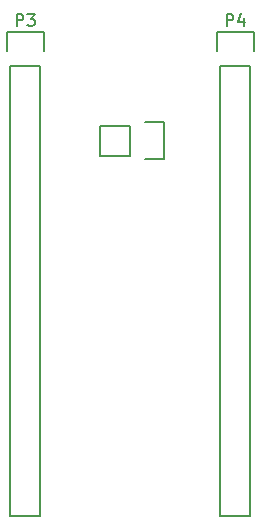
<source format=gbr>
G04 #@! TF.FileFunction,Legend,Top*
%FSLAX46Y46*%
G04 Gerber Fmt 4.6, Leading zero omitted, Abs format (unit mm)*
G04 Created by KiCad (PCBNEW 4.0.5+dfsg1-4) date Thu Dec 28 22:42:14 2017*
%MOMM*%
%LPD*%
G01*
G04 APERTURE LIST*
%ADD10C,0.100000*%
%ADD11C,0.150000*%
G04 APERTURE END LIST*
D10*
D11*
X68580000Y-90170000D02*
X68580000Y-128270000D01*
X68580000Y-128270000D02*
X71120000Y-128270000D01*
X71120000Y-128270000D02*
X71120000Y-90170000D01*
X71400000Y-87350000D02*
X71400000Y-88900000D01*
X71120000Y-90170000D02*
X68580000Y-90170000D01*
X68300000Y-88900000D02*
X68300000Y-87350000D01*
X68300000Y-87350000D02*
X71400000Y-87350000D01*
X86360000Y-90170000D02*
X86360000Y-128270000D01*
X86360000Y-128270000D02*
X88900000Y-128270000D01*
X88900000Y-128270000D02*
X88900000Y-90170000D01*
X89180000Y-87350000D02*
X89180000Y-88900000D01*
X88900000Y-90170000D02*
X86360000Y-90170000D01*
X86080000Y-88900000D02*
X86080000Y-87350000D01*
X86080000Y-87350000D02*
X89180000Y-87350000D01*
X78740000Y-97790000D02*
X76200000Y-97790000D01*
X81560000Y-98070000D02*
X80010000Y-98070000D01*
X78740000Y-97790000D02*
X78740000Y-95250000D01*
X80010000Y-94970000D02*
X81560000Y-94970000D01*
X81560000Y-94970000D02*
X81560000Y-98070000D01*
X78740000Y-95250000D02*
X76200000Y-95250000D01*
X76200000Y-95250000D02*
X76200000Y-97790000D01*
X69111905Y-86812381D02*
X69111905Y-85812381D01*
X69492858Y-85812381D01*
X69588096Y-85860000D01*
X69635715Y-85907619D01*
X69683334Y-86002857D01*
X69683334Y-86145714D01*
X69635715Y-86240952D01*
X69588096Y-86288571D01*
X69492858Y-86336190D01*
X69111905Y-86336190D01*
X70016667Y-85812381D02*
X70635715Y-85812381D01*
X70302381Y-86193333D01*
X70445239Y-86193333D01*
X70540477Y-86240952D01*
X70588096Y-86288571D01*
X70635715Y-86383810D01*
X70635715Y-86621905D01*
X70588096Y-86717143D01*
X70540477Y-86764762D01*
X70445239Y-86812381D01*
X70159524Y-86812381D01*
X70064286Y-86764762D01*
X70016667Y-86717143D01*
X86891905Y-86812381D02*
X86891905Y-85812381D01*
X87272858Y-85812381D01*
X87368096Y-85860000D01*
X87415715Y-85907619D01*
X87463334Y-86002857D01*
X87463334Y-86145714D01*
X87415715Y-86240952D01*
X87368096Y-86288571D01*
X87272858Y-86336190D01*
X86891905Y-86336190D01*
X88320477Y-86145714D02*
X88320477Y-86812381D01*
X88082381Y-85764762D02*
X87844286Y-86479048D01*
X88463334Y-86479048D01*
M02*

</source>
